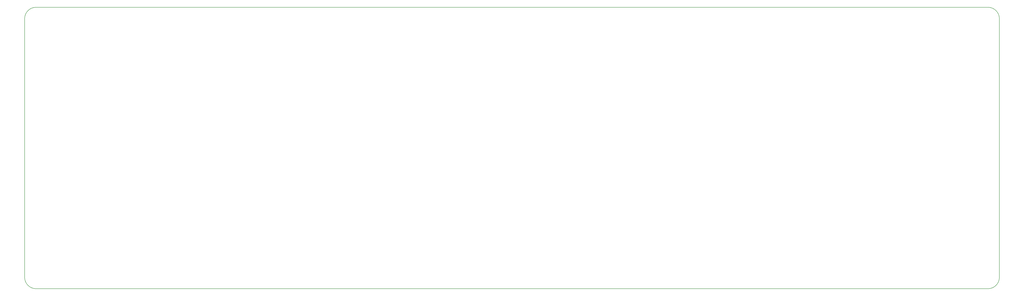
<source format=gbr>
G04 #@! TF.GenerationSoftware,KiCad,Pcbnew,(5.0.1)-4*
G04 #@! TF.CreationDate,2019-03-27T07:27:34+08:00*
G04 #@! TF.ProjectId,south-chonk,736F7574682D63686F6E6B2E6B696361,1*
G04 #@! TF.SameCoordinates,Original*
G04 #@! TF.FileFunction,Profile,NP*
%FSLAX46Y46*%
G04 Gerber Fmt 4.6, Leading zero omitted, Abs format (unit mm)*
G04 Created by KiCad (PCBNEW (5.0.1)-4) date 3/27/2019 7:27:34 AM*
%MOMM*%
%LPD*%
G01*
G04 APERTURE LIST*
%ADD10C,0.200000*%
G04 APERTURE END LIST*
D10*
X442614488Y-19050000D02*
G75*
G02X447674640Y-24110152I0J-5060152D01*
G01*
X447674640Y-137814744D02*
G75*
G02X442614488Y-142874896I-5060152J0D01*
G01*
X24110152Y-142874896D02*
G75*
G02X19050000Y-137814744I0J5060152D01*
G01*
X19050000Y-24110152D02*
G75*
G02X24110152Y-19050000I5060152J0D01*
G01*
X19050000Y-137814744D02*
X19050000Y-24110152D01*
X442614488Y-142874896D02*
X24110152Y-142874896D01*
X447674640Y-24110152D02*
X447674640Y-137814744D01*
X24110152Y-19050000D02*
X442614488Y-19050000D01*
M02*

</source>
